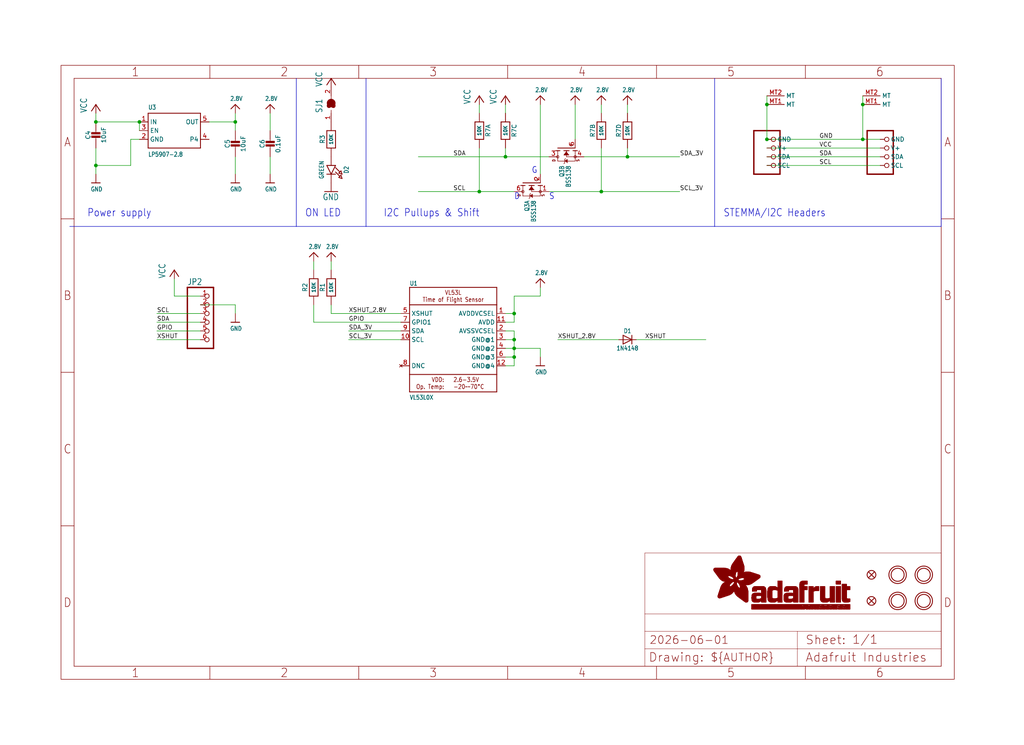
<source format=kicad_sch>
(kicad_sch (version 20230121) (generator eeschema)
  (paper "User" 298.45 217.322)
  (lib_symbols
    (symbol "working-eagle-import:2.8V" (power)
      (property "Value" "2.8V" (at -1.524 1.016 0))
      (symbol "2.8V_1_0"
        (pin power_in line (at 0 -2.54 90) (length 2.54) (name "2.8V") (number "1"))
      )
    )
    (symbol "working-eagle-import:CAP_CERAMIC0603_NO"
      (property "Reference" "C" (at -2.29 1.25 90))
      (symbol "CAP_CERAMIC0603_NO_1_0"
        (pin passive line (at 0 5.08 270) (length 2.54) (name "1") (number "1"))
        (pin passive line (at 0 -2.54 90) (length 2.54) (name "2") (number "2"))
      )
    )
    (symbol "working-eagle-import:CAP_CERAMIC0805-NOOUTLINE"
      (property "Reference" "C" (at -2.29 1.25 90))
      (symbol "CAP_CERAMIC0805-NOOUTLINE_1_0"
        (pin passive line (at 0 5.08 270) (length 2.54) (name "1") (number "1"))
        (pin passive line (at 0 -2.54 90) (length 2.54) (name "2") (number "2"))
      )
    )
    (symbol "working-eagle-import:DIODESOD-323"
      (property "Reference" "D" (at 0 2.54 0))
      (symbol "DIODESOD-323_1_0"
        (pin passive line (at -2.54 0 0) (length 2.54) (name "A") (number "A"))
        (pin passive line (at 2.54 0 180) (length 2.54) (name "C") (number "C"))
      )
    )
    (symbol "working-eagle-import:FIDUCIAL_1MM")
    (symbol "working-eagle-import:FRAME_A4_ADAFRUIT"
      (symbol "FRAME_A4_ADAFRUIT_1_0"
        (text "${#}/${##}" (at 230.505 10.16 0) (effects (font (size 2.54 2.54)) (justify left bottom)))
        (text "${AUTHOR}" (at 189.23 5.08 0) (effects (font (size 2.286 2.286)) (justify left bottom)))
        (text "${CURRENT_DATE}" (at 171.45 10.16 0) (effects (font (size 2.286 2.286)) (justify left bottom)))
        (text "${PROJECTNAME}" (at 171.45 15.24 0) (effects (font (size 2.54 2.54)) (justify left bottom)))
        (text "1" (at 21.6958 1.905 0) (effects (font (size 2.54 2.286))))
        (text "1" (at 21.6958 177.165 0) (effects (font (size 2.54 2.286))))
        (text "2" (at 65.0875 1.905 0) (effects (font (size 2.54 2.286))))
        (text "2" (at 65.0875 177.165 0) (effects (font (size 2.54 2.286))))
        (text "3" (at 108.4792 1.905 0) (effects (font (size 2.54 2.286))))
        (text "3" (at 108.4792 177.165 0) (effects (font (size 2.54 2.286))))
        (text "4" (at 151.8708 1.905 0) (effects (font (size 2.54 2.286))))
        (text "4" (at 151.8708 177.165 0) (effects (font (size 2.54 2.286))))
        (text "5" (at 195.2625 1.905 0) (effects (font (size 2.54 2.286))))
        (text "5" (at 195.2625 177.165 0) (effects (font (size 2.54 2.286))))
        (text "6" (at 238.6542 1.905 0) (effects (font (size 2.54 2.286))))
        (text "6" (at 238.6542 177.165 0) (effects (font (size 2.54 2.286))))
        (text "A" (at 1.905 156.6863 0) (effects (font (size 2.54 2.286))))
        (text "A" (at 258.445 156.6863 0) (effects (font (size 2.54 2.286))))
        (text "Adafruit Industries" (at 216.916 4.953 0) (effects (font (size 2.54 2.54)) (justify left bottom)))
        (text "B" (at 1.905 111.9188 0) (effects (font (size 2.54 2.286))))
        (text "B" (at 258.445 111.9188 0) (effects (font (size 2.54 2.286))))
        (text "C" (at 1.905 67.1513 0) (effects (font (size 2.54 2.286))))
        (text "C" (at 258.445 67.1513 0) (effects (font (size 2.54 2.286))))
        (text "D" (at 1.905 22.3838 0) (effects (font (size 2.54 2.286))))
        (text "D" (at 258.445 22.3838 0) (effects (font (size 2.54 2.286))))
        (text "Drawing:" (at 171.196 4.953 0) (effects (font (size 2.54 2.54)) (justify left bottom)))
        (text "Sheet:" (at 216.916 10.033 0) (effects (font (size 2.54 2.54)) (justify left bottom)))
      )
    )
    (symbol "working-eagle-import:GND" (power)
      (property "Value" "GND" (at -1.524 -2.54 0))
      (symbol "GND_1_0"
        (pin power_in line (at 0 2.54 270) (length 2.54) (name "GND") (number "1"))
      )
    )
    (symbol "working-eagle-import:HEADER-1X670MIL"
      (property "Reference" "JP" (at -6.35 10.795 0))
      (symbol "HEADER-1X670MIL_1_0"
        (pin passive inverted (at -2.54 7.62 0) (length 2.54) (name "1") (number "1"))
        (pin passive inverted (at -2.54 5.08 0) (length 2.54) (name "2") (number "2"))
        (pin passive inverted (at -2.54 2.54 0) (length 2.54) (name "3") (number "3"))
        (pin passive inverted (at -2.54 0 0) (length 2.54) (name "4") (number "4"))
        (pin passive inverted (at -2.54 -2.54 0) (length 2.54) (name "5") (number "5"))
        (pin passive inverted (at -2.54 -5.08 0) (length 2.54) (name "6") (number "6"))
      )
    )
    (symbol "working-eagle-import:LED0603_NOOUTLINE"
      (property "Reference" "D" (at -1.27 4.445 0))
      (symbol "LED0603_NOOUTLINE_1_0"
        (pin passive line (at -5.08 0 0) (length 2.54) (name "A") (number "A"))
        (pin passive line (at 2.54 0 180) (length 2.54) (name "C") (number "C"))
      )
    )
    (symbol "working-eagle-import:MOSFET-N_DUAL"
      (property "Reference" "Q" (at 5.08 0.635 0))
      (symbol "MOSFET-N_DUAL_1_0"
        (text "D" (at 3.175 3.175 0) (effects (font (size 0.8128 0.6908)) (justify left bottom)))
        (text "G" (at -1.27 -1.905 0) (effects (font (size 0.8128 0.6908)) (justify left bottom)))
        (text "S" (at 3.175 -3.81 0) (effects (font (size 0.8128 0.6908)) (justify left bottom)))
        (pin bidirectional line (at 2.54 -5.08 90) (length 2.54) (name "S") (number "1"))
        (pin bidirectional line (at -2.54 -2.54 0) (length 2.54) (name "G") (number "2"))
        (pin bidirectional line (at 2.54 5.08 270) (length 2.54) (name "D") (number "6"))
      )
      (symbol "MOSFET-N_DUAL_2_0"
        (text "D" (at 3.175 3.175 0) (effects (font (size 0.8128 0.6908)) (justify left bottom)))
        (text "G" (at -1.27 -1.905 0) (effects (font (size 0.8128 0.6908)) (justify left bottom)))
        (text "S" (at 3.175 -3.81 0) (effects (font (size 0.8128 0.6908)) (justify left bottom)))
        (pin bidirectional line (at 2.54 5.08 270) (length 2.54) (name "D") (number "3"))
        (pin bidirectional line (at 2.54 -5.08 90) (length 2.54) (name "S") (number "4"))
        (pin bidirectional line (at -2.54 -2.54 0) (length 2.54) (name "G") (number "5"))
      )
    )
    (symbol "working-eagle-import:MOUNTINGHOLE2.5")
    (symbol "working-eagle-import:RESISTOR_0603_NOOUT"
      (property "Reference" "R" (at 0 2.54 0))
      (symbol "RESISTOR_0603_NOOUT_1_0"
        (pin passive line (at -5.08 0 0) (length 2.54) (name "1") (number "1"))
        (pin passive line (at 5.08 0 180) (length 2.54) (name "2") (number "2"))
      )
    )
    (symbol "working-eagle-import:RESISTOR_4PACK"
      (property "Reference" "R" (at 0 2.54 0))
      (symbol "RESISTOR_4PACK_1_0"
        (pin passive line (at -5.08 0 0) (length 2.54) (name "1") (number "1"))
        (pin passive line (at 5.08 0 180) (length 2.54) (name "2") (number "8"))
      )
      (symbol "RESISTOR_4PACK_2_0"
        (pin passive line (at -5.08 0 0) (length 2.54) (name "1") (number "2"))
        (pin passive line (at 5.08 0 180) (length 2.54) (name "2") (number "7"))
      )
      (symbol "RESISTOR_4PACK_3_0"
        (pin passive line (at -5.08 0 0) (length 2.54) (name "1") (number "3"))
        (pin passive line (at 5.08 0 180) (length 2.54) (name "2") (number "6"))
      )
      (symbol "RESISTOR_4PACK_4_0"
        (pin passive line (at -5.08 0 0) (length 2.54) (name "1") (number "4"))
        (pin passive line (at 5.08 0 180) (length 2.54) (name "2") (number "5"))
      )
    )
    (symbol "working-eagle-import:SOLDERJUMPER_CLOSED"
      (property "Reference" "SJ" (at -2.54 2.54 0))
      (symbol "SOLDERJUMPER_CLOSED_1_0"
        (pin passive line (at -5.08 0 0) (length 2.54) (name "1") (number "1"))
        (pin passive line (at 5.08 0 180) (length 2.54) (name "2") (number "2"))
      )
    )
    (symbol "working-eagle-import:STEMMA_I2C_QT"
      (symbol "STEMMA_I2C_QT_1_0"
        (pin passive inverted (at 0 5.08 0) (length 2.54) (name "GND") (number "1"))
        (pin passive inverted (at 0 2.54 0) (length 2.54) (name "V+") (number "2"))
        (pin passive inverted (at 0 0 0) (length 2.54) (name "SDA") (number "3"))
        (pin passive inverted (at 0 -2.54 0) (length 2.54) (name "SCL") (number "4"))
      )
      (symbol "STEMMA_I2C_QT_2_0"
        (pin bidirectional line (at 0 0 0) (length 5.08) (name "MT") (number "MT1"))
      )
      (symbol "STEMMA_I2C_QT_3_0"
        (pin bidirectional line (at 0 0 0) (length 5.08) (name "MT") (number "MT2"))
      )
    )
    (symbol "working-eagle-import:VCC" (power)
      (property "Value" "VCC" (at -2.54 -2.54 90))
      (symbol "VCC_1_0"
        (pin power_in line (at 0 -2.54 90) (length 2.54) (name "VCC") (number "1"))
      )
    )
    (symbol "working-eagle-import:VL53L0X"
      (property "Reference" "U" (at -12.7 15.7226 0))
      (symbol "VL53L0X_1_0"
        (text "2.6-3.5V\n-20~~70°C" (at 0 -12.7 0) (effects (font (size 1.27 1.0795)) (justify left)))
        (text "VDD:\nOp. Temp:" (at -2.54 -12.7 0) (effects (font (size 1.27 1.0795)) (justify right)))
        (text "VL53L\nTime of Flight Sensor" (at 0 12.7 0) (effects (font (size 1.27 1.0795))))
        (pin power_in line (at 15.24 7.62 180) (length 2.54) (name "AVDDVCSEL") (number "1"))
        (pin open_collector line (at -15.24 0 0) (length 2.54) (name "SCL") (number "10"))
        (pin power_in line (at 15.24 5.08 180) (length 2.54) (name "AVDD") (number "11"))
        (pin power_in line (at 15.24 -7.62 180) (length 2.54) (name "GND@4") (number "12"))
        (pin power_in line (at 15.24 2.54 180) (length 2.54) (name "AVSSVCSEL") (number "2"))
        (pin power_in line (at 15.24 0 180) (length 2.54) (name "GND@1") (number "3"))
        (pin power_in line (at 15.24 -2.54 180) (length 2.54) (name "GND@2") (number "4"))
        (pin input line (at -15.24 7.62 0) (length 2.54) (name "XSHUT") (number "5"))
        (pin power_in line (at 15.24 -5.08 180) (length 2.54) (name "GND@3") (number "6"))
        (pin output line (at -15.24 5.08 0) (length 2.54) (name "GPIO1") (number "7"))
        (pin no_connect line (at -15.24 -7.62 0) (length 2.54) (name "DNC") (number "8"))
        (pin open_collector line (at -15.24 2.54 0) (length 2.54) (name "SDA") (number "9"))
      )
    )
    (symbol "working-eagle-import:VREG_SOT23-5"
      (property "Reference" "U" (at -7.62 6.096 0))
      (symbol "VREG_SOT23-5_1_0"
        (pin power_in line (at -10.16 2.54 0) (length 2.54) (name "IN") (number "1"))
        (pin power_in line (at -10.16 -2.54 0) (length 2.54) (name "GND") (number "2"))
        (pin input line (at -10.16 0 0) (length 2.54) (name "EN") (number "3"))
        (pin bidirectional line (at 10.16 -2.54 180) (length 2.54) (name "P4") (number "4"))
        (pin power_in line (at 10.16 2.54 180) (length 2.54) (name "OUT") (number "5"))
      )
    )
    (symbol "working-eagle-import:supply1_GND" (power)
      (property "Value" "supply1_GND" (at -2.54 -2.54 0))
      (symbol "supply1_GND_1_0"
        (pin power_in line (at 0 2.54 270) (length 2.54) (name "GND") (number "1"))
      )
    )
  )
  (junction (at 27.94 35.56))
  (junction (at 251.46 40.64))
  (junction (at 149.86 99.06))
  (junction (at 147.32 45.72))
  (junction (at 149.86 91.44))
  (junction (at 68.58 35.56))
  (junction (at 149.86 101.6))
  (junction (at 175.26 55.88))
  (junction (at 223.52 30.48))
  (junction (at 139.7 55.88))
  (junction (at 182.88 45.72))
  (junction (at 251.46 30.48))
  (junction (at 27.94 48.26))
  (junction (at 40.64 35.56))
  (junction (at 223.52 40.64))
  (junction (at 149.86 104.14))
  (wire (pts (xy 149.86 86.36) (xy 157.48 86.36)) (stroke (width 0.1524)))
  (wire (pts (xy 157.48 101.6) (xy 157.48 104.14)) (stroke (width 0.1524)))
  (wire (pts (xy 38.1 40.64) (xy 38.1 48.26)) (stroke (width 0.1524)))
  (wire (pts (xy 149.86 106.68) (xy 149.86 104.14)) (stroke (width 0.1524)))
  (wire (pts (xy 182.88 43.18) (xy 182.88 45.72)) (stroke (width 0.1524)))
  (wire (pts (xy 91.44 78.74) (xy 91.44 76.2)) (stroke (width 0.1524)))
  (wire (pts (xy 96.52 91.44) (xy 96.52 88.9)) (stroke (width 0.1524)))
  (polyline (pts (xy 106.68 66.04) (xy 208.28 66.04)) (stroke (width 0.1524) (type solid)))
  (wire (pts (xy 149.86 91.44) (xy 149.86 86.36)) (stroke (width 0.1524)))
  (wire (pts (xy 147.32 101.6) (xy 149.86 101.6)) (stroke (width 0.1524)))
  (wire (pts (xy 160.02 55.88) (xy 175.26 55.88)) (stroke (width 0.1524)))
  (wire (pts (xy 170.18 45.72) (xy 182.88 45.72)) (stroke (width 0.1524)))
  (wire (pts (xy 149.86 55.88) (xy 139.7 55.88)) (stroke (width 0.1524)))
  (wire (pts (xy 139.7 30.48) (xy 139.7 33.02)) (stroke (width 0.1524)))
  (wire (pts (xy 175.26 33.02) (xy 175.26 30.48)) (stroke (width 0.1524)))
  (polyline (pts (xy 106.68 22.86) (xy 106.68 66.04)) (stroke (width 0.1524) (type solid)))
  (wire (pts (xy 223.52 43.18) (xy 256.54 43.18)) (stroke (width 0.1524)))
  (wire (pts (xy 78.74 33.02) (xy 78.74 38.1)) (stroke (width 0.1524)))
  (polyline (pts (xy 208.28 22.86) (xy 208.28 66.04)) (stroke (width 0.1524) (type solid)))
  (wire (pts (xy 175.26 55.88) (xy 198.12 55.88)) (stroke (width 0.1524)))
  (wire (pts (xy 149.86 101.6) (xy 157.48 101.6)) (stroke (width 0.1524)))
  (wire (pts (xy 167.64 40.64) (xy 167.64 30.48)) (stroke (width 0.1524)))
  (wire (pts (xy 40.64 40.64) (xy 38.1 40.64)) (stroke (width 0.1524)))
  (wire (pts (xy 58.42 91.44) (xy 45.72 91.44)) (stroke (width 0.1524)))
  (wire (pts (xy 60.96 35.56) (xy 68.58 35.56)) (stroke (width 0.1524)))
  (polyline (pts (xy 86.36 66.04) (xy 106.68 66.04)) (stroke (width 0.1524) (type solid)))
  (wire (pts (xy 68.58 45.72) (xy 68.58 50.8)) (stroke (width 0.1524)))
  (wire (pts (xy 175.26 43.18) (xy 175.26 55.88)) (stroke (width 0.1524)))
  (wire (pts (xy 160.02 45.72) (xy 147.32 45.72)) (stroke (width 0.1524)))
  (wire (pts (xy 68.58 35.56) (xy 68.58 38.1)) (stroke (width 0.1524)))
  (wire (pts (xy 251.46 27.94) (xy 251.46 30.48)) (stroke (width 0.1524)))
  (wire (pts (xy 256.54 45.72) (xy 223.52 45.72)) (stroke (width 0.1524)))
  (polyline (pts (xy 274.32 22.86) (xy 274.32 66.04)) (stroke (width 0.1524) (type solid)))
  (wire (pts (xy 27.94 33.02) (xy 27.94 35.56)) (stroke (width 0.1524)))
  (polyline (pts (xy 86.36 22.86) (xy 86.36 66.04)) (stroke (width 0.1524) (type solid)))
  (wire (pts (xy 116.84 91.44) (xy 96.52 91.44)) (stroke (width 0.1524)))
  (wire (pts (xy 182.88 45.72) (xy 198.12 45.72)) (stroke (width 0.1524)))
  (wire (pts (xy 147.32 33.02) (xy 147.32 30.48)) (stroke (width 0.1524)))
  (wire (pts (xy 68.58 35.56) (xy 68.58 33.02)) (stroke (width 0.1524)))
  (wire (pts (xy 182.88 33.02) (xy 182.88 30.48)) (stroke (width 0.1524)))
  (wire (pts (xy 223.52 48.26) (xy 256.54 48.26)) (stroke (width 0.1524)))
  (wire (pts (xy 58.42 88.9) (xy 68.58 88.9)) (stroke (width 0.1524)))
  (wire (pts (xy 157.48 86.36) (xy 157.48 83.82)) (stroke (width 0.1524)))
  (wire (pts (xy 147.32 93.98) (xy 149.86 93.98)) (stroke (width 0.1524)))
  (wire (pts (xy 96.52 78.74) (xy 96.52 76.2)) (stroke (width 0.1524)))
  (wire (pts (xy 40.64 35.56) (xy 27.94 35.56)) (stroke (width 0.1524)))
  (wire (pts (xy 27.94 48.26) (xy 27.94 43.18)) (stroke (width 0.1524)))
  (wire (pts (xy 38.1 48.26) (xy 27.94 48.26)) (stroke (width 0.1524)))
  (wire (pts (xy 116.84 99.06) (xy 101.6 99.06)) (stroke (width 0.1524)))
  (wire (pts (xy 157.48 50.8) (xy 157.48 30.48)) (stroke (width 0.1524)))
  (wire (pts (xy 149.86 99.06) (xy 149.86 101.6)) (stroke (width 0.1524)))
  (wire (pts (xy 68.58 88.9) (xy 68.58 91.44)) (stroke (width 0.1524)))
  (wire (pts (xy 223.52 27.94) (xy 223.52 30.48)) (stroke (width 0.1524)))
  (wire (pts (xy 147.32 99.06) (xy 149.86 99.06)) (stroke (width 0.1524)))
  (wire (pts (xy 58.42 93.98) (xy 45.72 93.98)) (stroke (width 0.1524)))
  (wire (pts (xy 50.8 86.36) (xy 50.8 81.28)) (stroke (width 0.1524)))
  (wire (pts (xy 78.74 45.72) (xy 78.74 50.8)) (stroke (width 0.1524)))
  (wire (pts (xy 139.7 55.88) (xy 121.92 55.88)) (stroke (width 0.1524)))
  (wire (pts (xy 147.32 106.68) (xy 149.86 106.68)) (stroke (width 0.1524)))
  (wire (pts (xy 58.42 96.52) (xy 45.72 96.52)) (stroke (width 0.1524)))
  (wire (pts (xy 205.74 99.06) (xy 185.42 99.06)) (stroke (width 0.1524)))
  (polyline (pts (xy 20.32 66.04) (xy 86.36 66.04)) (stroke (width 0.1524) (type solid)))
  (polyline (pts (xy 208.28 66.04) (xy 274.32 66.04)) (stroke (width 0.1524) (type solid)))
  (wire (pts (xy 58.42 86.36) (xy 50.8 86.36)) (stroke (width 0.1524)))
  (wire (pts (xy 91.44 93.98) (xy 91.44 88.9)) (stroke (width 0.1524)))
  (wire (pts (xy 139.7 43.18) (xy 139.7 55.88)) (stroke (width 0.1524)))
  (wire (pts (xy 147.32 43.18) (xy 147.32 45.72)) (stroke (width 0.1524)))
  (wire (pts (xy 223.52 30.48) (xy 223.52 40.64)) (stroke (width 0.1524)))
  (wire (pts (xy 147.32 104.14) (xy 149.86 104.14)) (stroke (width 0.1524)))
  (wire (pts (xy 251.46 40.64) (xy 223.52 40.64)) (stroke (width 0.1524)))
  (wire (pts (xy 180.34 99.06) (xy 162.56 99.06)) (stroke (width 0.1524)))
  (wire (pts (xy 256.54 40.64) (xy 251.46 40.64)) (stroke (width 0.1524)))
  (wire (pts (xy 116.84 96.52) (xy 101.6 96.52)) (stroke (width 0.1524)))
  (wire (pts (xy 40.64 38.1) (xy 40.64 35.56)) (stroke (width 0.1524)))
  (wire (pts (xy 251.46 30.48) (xy 251.46 40.64)) (stroke (width 0.1524)))
  (wire (pts (xy 147.32 96.52) (xy 149.86 96.52)) (stroke (width 0.1524)))
  (wire (pts (xy 147.32 91.44) (xy 149.86 91.44)) (stroke (width 0.1524)))
  (wire (pts (xy 149.86 93.98) (xy 149.86 91.44)) (stroke (width 0.1524)))
  (wire (pts (xy 27.94 48.26) (xy 27.94 50.8)) (stroke (width 0.1524)))
  (wire (pts (xy 58.42 99.06) (xy 45.72 99.06)) (stroke (width 0.1524)))
  (wire (pts (xy 147.32 45.72) (xy 121.92 45.72)) (stroke (width 0.1524)))
  (wire (pts (xy 149.86 104.14) (xy 149.86 101.6)) (stroke (width 0.1524)))
  (wire (pts (xy 116.84 93.98) (xy 91.44 93.98)) (stroke (width 0.1524)))
  (wire (pts (xy 149.86 96.52) (xy 149.86 99.06)) (stroke (width 0.1524)))
  (text "I2C Pullups & Shift" (at 111.76 63.5 0) (effects (font (size 2.1844 1.8567)) (justify left bottom)))
  (text "Power supply" (at 25.4 63.5 0) (effects (font (size 2.1844 1.8567)) (justify left bottom)))
  (text "D" (at 149.86 58.42 0) (effects (font (size 1.778 1.5113)) (justify left bottom)))
  (text "S" (at 160.02 58.42 0) (effects (font (size 1.778 1.5113)) (justify left bottom)))
  (text "ON LED" (at 88.9 63.5 0) (effects (font (size 2.1844 1.8567)) (justify left bottom)))
  (text "G" (at 154.94 50.8 0) (effects (font (size 1.778 1.5113)) (justify left bottom)))
  (text "STEMMA/I2C Headers" (at 210.82 63.5 0) (effects (font (size 2.1844 1.8567)) (justify left bottom)))
  (label "SCL" (at 45.72 91.44 0) (effects (font (size 1.2446 1.2446))))
  (label "XSHUT_2.8V" (at 162.56 99.06 0) (effects (font (size 1.2446 1.2446))))
  (label "SCL" (at 238.76 48.26 0) (effects (font (size 1.2446 1.2446))))
  (label "SDA_3V" (at 198.12 45.72 0) (effects (font (size 1.2446 1.2446))))
  (label "SCL_3V" (at 198.12 55.88 0) (effects (font (size 1.2446 1.2446))))
  (label "XSHUT_2.8V" (at 101.6 91.44 0) (effects (font (size 1.2446 1.2446))))
  (label "XSHUT" (at 187.96 99.06 0) (effects (font (size 1.2446 1.2446))))
  (label "VCC" (at 238.76 43.18 0) (effects (font (size 1.2446 1.2446))))
  (label "GPIO" (at 101.6 93.98 0) (effects (font (size 1.2446 1.2446))))
  (label "SDA" (at 238.76 45.72 0) (effects (font (size 1.2446 1.2446))))
  (label "GPIO" (at 45.72 96.52 0) (effects (font (size 1.2446 1.2446))))
  (label "SCL_3V" (at 101.6 99.06 0) (effects (font (size 1.2446 1.2446))))
  (label "SDA_3V" (at 101.6 96.52 0) (effects (font (size 1.2446 1.2446))))
  (label "GND" (at 238.76 40.64 0) (effects (font (size 1.2446 1.2446))))
  (label "SDA" (at 132.08 45.72 0) (effects (font (size 1.2446 1.2446))))
  (label "SDA" (at 45.72 93.98 0) (effects (font (size 1.2446 1.2446))))
  (label "XSHUT" (at 45.72 99.06 0) (effects (font (size 1.2446 1.2446))))
  (label "SCL" (at 132.08 55.88 0) (effects (font (size 1.2446 1.2446))))
  (symbol (lib_id "working-eagle-import:GND") (at 78.74 53.34 0) (unit 1)
    (property "Reference" "#U$21" (effects hide))
    (property "Value" "GND" (at 77.216 55.88 0) (effects (font (size 1.27 1.0795)) (justify left bottom)))
  )
  (symbol (lib_id "working-eagle-import:SOLDERJUMPER_CLOSED") (at 96.52 30.48 90) (unit 1)
    (property "Reference" "SJ1" (at 93.98 33.02 0) (effects (font (size 1.778 1.5113)) (justify left bottom)))
    (property "Value" "SOLDERJUMPER_CLOSED" (effects hide))
    (property "Footprint" "working:SOLDERJUMPER_CLOSEDWIRE" (effects hide))
  )
  (symbol (lib_id "working-eagle-import:STEMMA_I2C_QT") (at 223.52 30.48 0) (unit 2)
    (property "Reference" "CONN3" (effects hide))
    (property "Value" "STEMMA_I2C_QT" (effects hide))
    (property "Footprint" "working:JST_SH4" (effects hide))
  )
  (symbol (lib_id "working-eagle-import:RESISTOR_0603_NOOUT") (at 91.44 83.82 90) (unit 1)
    (property "Reference" "R2" (at 88.9 83.82 0))
    (property "Value" "10K" (at 91.44 83.82 0) (effects (font (size 1.016 1.016) bold)))
    (property "Footprint" "working:0603-NO" (effects hide))
  )
  (symbol (lib_id "working-eagle-import:CAP_CERAMIC0603_NO") (at 78.74 43.18 0) (unit 1)
    (property "Reference" "C6" (at 76.45 41.93 90))
    (property "Value" "0.1uF" (at 81.04 41.93 90))
    (property "Footprint" "working:0603-NO" (effects hide))
  )
  (symbol (lib_id "working-eagle-import:2.8V") (at 167.64 27.94 0) (unit 1)
    (property "Reference" "#U$25" (effects hide))
    (property "Value" "2.8V" (at 166.116 26.924 0) (effects (font (size 1.27 1.0795)) (justify left bottom)))
  )
  (symbol (lib_id "working-eagle-import:HEADER-1X670MIL") (at 60.96 93.98 0) (unit 1)
    (property "Reference" "JP2" (at 54.61 83.185 0) (effects (font (size 1.778 1.5113)) (justify left bottom)))
    (property "Value" "HEADER-1X670MIL" (effects hide))
    (property "Footprint" "working:1X06_ROUND_70" (effects hide))
  )
  (symbol (lib_id "working-eagle-import:LED0603_NOOUTLINE") (at 96.52 50.8 270) (unit 1)
    (property "Reference" "D2" (at 100.965 49.53 0) (effects (font (size 1.27 1.0795))))
    (property "Value" "GREEN" (at 93.726 49.53 0) (effects (font (size 1.27 1.0795))))
    (property "Footprint" "working:CHIPLED_0603_NOOUTLINE" (effects hide))
  )
  (symbol (lib_id "working-eagle-import:FIDUCIAL_1MM") (at 254 167.64 0) (unit 1)
    (property "Reference" "FID4" (effects hide))
    (property "Value" "FIDUCIAL_1MM" (effects hide))
    (property "Footprint" "working:FIDUCIAL_1MM" (effects hide))
  )
  (symbol (lib_id "working-eagle-import:RESISTOR_4PACK") (at 139.7 38.1 270) (unit 1)
    (property "Reference" "R7" (at 142.24 38.1 0))
    (property "Value" "10K" (at 139.7 38.1 0) (effects (font (size 1.016 1.016) bold)))
    (property "Footprint" "working:RESPACK_4X0603" (effects hide))
  )
  (symbol (lib_id "working-eagle-import:MOUNTINGHOLE2.5") (at 269.24 175.26 0) (unit 1)
    (property "Reference" "U$34" (effects hide))
    (property "Value" "MOUNTINGHOLE2.5" (effects hide))
    (property "Footprint" "working:MOUNTINGHOLE_2.5_PLATED" (effects hide))
  )
  (symbol (lib_id "working-eagle-import:RESISTOR_0603_NOOUT") (at 96.52 40.64 90) (unit 1)
    (property "Reference" "R3" (at 93.98 40.64 0))
    (property "Value" "10K" (at 96.52 40.64 0) (effects (font (size 1.016 1.016) bold)))
    (property "Footprint" "working:0603-NO" (effects hide))
  )
  (symbol (lib_id "working-eagle-import:STEMMA_I2C_QT") (at 223.52 27.94 0) (unit 3)
    (property "Reference" "CONN3" (effects hide))
    (property "Value" "STEMMA_I2C_QT" (effects hide))
    (property "Footprint" "working:JST_SH4" (effects hide))
  )
  (symbol (lib_id "working-eagle-import:VCC") (at 139.7 27.94 0) (unit 1)
    (property "Reference" "#P+1" (effects hide))
    (property "Value" "VCC" (at 137.16 30.48 90) (effects (font (size 1.778 1.5113)) (justify left bottom)))
  )
  (symbol (lib_id "working-eagle-import:RESISTOR_4PACK") (at 147.32 38.1 270) (unit 3)
    (property "Reference" "R7" (at 149.86 38.1 0))
    (property "Value" "10K" (at 147.32 38.1 0) (effects (font (size 1.016 1.016) bold)))
    (property "Footprint" "working:RESPACK_4X0603" (effects hide))
  )
  (symbol (lib_id "working-eagle-import:MOUNTINGHOLE2.5") (at 261.62 167.64 0) (unit 1)
    (property "Reference" "U$31" (effects hide))
    (property "Value" "MOUNTINGHOLE2.5" (effects hide))
    (property "Footprint" "working:MOUNTINGHOLE_2.5_PLATED" (effects hide))
  )
  (symbol (lib_id "working-eagle-import:FIDUCIAL_1MM") (at 254 175.26 0) (unit 1)
    (property "Reference" "FID1" (effects hide))
    (property "Value" "FIDUCIAL_1MM" (effects hide))
    (property "Footprint" "working:FIDUCIAL_1MM" (effects hide))
  )
  (symbol (lib_id "working-eagle-import:MOUNTINGHOLE2.5") (at 269.24 167.64 0) (unit 1)
    (property "Reference" "U$33" (effects hide))
    (property "Value" "MOUNTINGHOLE2.5" (effects hide))
    (property "Footprint" "working:MOUNTINGHOLE_2.5_PLATED" (effects hide))
  )
  (symbol (lib_id "working-eagle-import:VREG_SOT23-5") (at 50.8 38.1 0) (unit 1)
    (property "Reference" "U3" (at 43.18 32.004 0) (effects (font (size 1.27 1.0795)) (justify left bottom)))
    (property "Value" "LP5907-2.8" (at 43.18 45.72 0) (effects (font (size 1.27 1.0795)) (justify left bottom)))
    (property "Footprint" "working:SOT23-5" (effects hide))
  )
  (symbol (lib_id "working-eagle-import:2.8V") (at 175.26 27.94 0) (unit 1)
    (property "Reference" "#U$26" (effects hide))
    (property "Value" "2.8V" (at 173.736 26.924 0) (effects (font (size 1.27 1.0795)) (justify left bottom)))
  )
  (symbol (lib_id "working-eagle-import:MOSFET-N_DUAL") (at 154.94 53.34 90) (mirror x) (unit 1)
    (property "Reference" "Q3" (at 154.305 58.42 0) (effects (font (size 1.27 1.0795)) (justify left bottom)))
    (property "Value" "BSS138" (at 156.21 58.42 0) (effects (font (size 1.27 1.0795)) (justify left bottom)))
    (property "Footprint" "working:SOT363" (effects hide))
  )
  (symbol (lib_id "working-eagle-import:MOUNTINGHOLE2.5") (at 261.62 175.26 0) (unit 1)
    (property "Reference" "U$30" (effects hide))
    (property "Value" "MOUNTINGHOLE2.5" (effects hide))
    (property "Footprint" "working:MOUNTINGHOLE_2.5_PLATED" (effects hide))
  )
  (symbol (lib_id "working-eagle-import:VCC") (at 50.8 78.74 0) (unit 1)
    (property "Reference" "#P+4" (effects hide))
    (property "Value" "VCC" (at 48.26 81.28 90) (effects (font (size 1.778 1.5113)) (justify left bottom)))
  )
  (symbol (lib_id "working-eagle-import:CAP_CERAMIC0805-NOOUTLINE") (at 68.58 43.18 0) (unit 1)
    (property "Reference" "C5" (at 66.29 41.93 90))
    (property "Value" "10uF" (at 70.88 41.93 90))
    (property "Footprint" "working:0805-NO" (effects hide))
  )
  (symbol (lib_id "working-eagle-import:RESISTOR_0603_NOOUT") (at 96.52 83.82 90) (unit 1)
    (property "Reference" "R1" (at 93.98 83.82 0))
    (property "Value" "10K" (at 96.52 83.82 0) (effects (font (size 1.016 1.016) bold)))
    (property "Footprint" "working:0603-NO" (effects hide))
  )
  (symbol (lib_id "working-eagle-import:2.8V") (at 78.74 30.48 0) (unit 1)
    (property "Reference" "#U$40" (effects hide))
    (property "Value" "2.8V" (at 77.216 29.464 0) (effects (font (size 1.27 1.0795)) (justify left bottom)))
  )
  (symbol (lib_id "working-eagle-import:2.8V") (at 157.48 27.94 0) (unit 1)
    (property "Reference" "#U$24" (effects hide))
    (property "Value" "2.8V" (at 155.956 26.924 0) (effects (font (size 1.27 1.0795)) (justify left bottom)))
  )
  (symbol (lib_id "working-eagle-import:STEMMA_I2C_QT") (at 251.46 27.94 0) (unit 3)
    (property "Reference" "CONN4" (effects hide))
    (property "Value" "STEMMA_I2C_QT" (effects hide))
    (property "Footprint" "working:JST_SH4" (effects hide))
  )
  (symbol (lib_id "working-eagle-import:CAP_CERAMIC0805-NOOUTLINE") (at 27.94 40.64 0) (unit 1)
    (property "Reference" "C4" (at 25.65 39.39 90))
    (property "Value" "10uF" (at 30.24 39.39 90))
    (property "Footprint" "working:0805-NO" (effects hide))
  )
  (symbol (lib_id "working-eagle-import:supply1_GND") (at 96.52 55.88 0) (unit 1)
    (property "Reference" "#GND6" (effects hide))
    (property "Value" "GND" (at 93.98 58.42 0) (effects (font (size 1.778 1.5113)) (justify left bottom)))
  )
  (symbol (lib_id "working-eagle-import:STEMMA_I2C_QT") (at 223.52 45.72 0) (unit 1)
    (property "Reference" "CONN3" (effects hide))
    (property "Value" "STEMMA_I2C_QT" (effects hide))
    (property "Footprint" "working:JST_SH4" (effects hide))
  )
  (symbol (lib_id "working-eagle-import:GND") (at 68.58 53.34 0) (unit 1)
    (property "Reference" "#U$20" (effects hide))
    (property "Value" "GND" (at 67.056 55.88 0) (effects (font (size 1.27 1.0795)) (justify left bottom)))
  )
  (symbol (lib_id "working-eagle-import:VCC") (at 96.52 22.86 0) (unit 1)
    (property "Reference" "#P+5" (effects hide))
    (property "Value" "VCC" (at 93.98 25.4 90) (effects (font (size 1.778 1.5113)) (justify left bottom)))
  )
  (symbol (lib_id "working-eagle-import:GND") (at 27.94 53.34 0) (unit 1)
    (property "Reference" "#U$19" (effects hide))
    (property "Value" "GND" (at 26.416 55.88 0) (effects (font (size 1.27 1.0795)) (justify left bottom)))
  )
  (symbol (lib_id "working-eagle-import:DIODESOD-323") (at 182.88 99.06 0) (unit 1)
    (property "Reference" "D1" (at 182.88 96.52 0) (effects (font (size 1.27 1.0795))))
    (property "Value" "1N4148" (at 182.88 101.56 0) (effects (font (size 1.27 1.0795))))
    (property "Footprint" "working:SOD-323" (effects hide))
  )
  (symbol (lib_id "working-eagle-import:GND") (at 68.58 93.98 0) (unit 1)
    (property "Reference" "#U$22" (effects hide))
    (property "Value" "GND" (at 67.056 96.52 0) (effects (font (size 1.27 1.0795)) (justify left bottom)))
  )
  (symbol (lib_id "working-eagle-import:2.8V") (at 68.58 30.48 0) (unit 1)
    (property "Reference" "#U$23" (effects hide))
    (property "Value" "2.8V" (at 67.056 29.464 0) (effects (font (size 1.27 1.0795)) (justify left bottom)))
  )
  (symbol (lib_id "working-eagle-import:2.8V") (at 96.52 73.66 0) (unit 1)
    (property "Reference" "#U$10" (effects hide))
    (property "Value" "2.8V" (at 94.996 72.644 0) (effects (font (size 1.27 1.0795)) (justify left bottom)))
  )
  (symbol (lib_id "working-eagle-import:VCC") (at 27.94 30.48 0) (unit 1)
    (property "Reference" "#P+3" (effects hide))
    (property "Value" "VCC" (at 25.4 33.02 90) (effects (font (size 1.778 1.5113)) (justify left bottom)))
  )
  (symbol (lib_id "working-eagle-import:STEMMA_I2C_QT") (at 251.46 30.48 0) (unit 2)
    (property "Reference" "CONN4" (effects hide))
    (property "Value" "STEMMA_I2C_QT" (effects hide))
    (property "Footprint" "working:JST_SH4" (effects hide))
  )
  (symbol (lib_id "working-eagle-import:2.8V") (at 157.48 81.28 0) (unit 1)
    (property "Reference" "#U$16" (effects hide))
    (property "Value" "2.8V" (at 155.956 80.264 0) (effects (font (size 1.27 1.0795)) (justify left bottom)))
  )
  (symbol (lib_id "working-eagle-import:FRAME_A4_ADAFRUIT") (at 17.78 198.12 0) (unit 1)
    (property "Reference" "#U$32" (effects hide))
    (property "Value" "FRAME_A4_ADAFRUIT" (effects hide))
  )
  (symbol (lib_id "working-eagle-import:RESISTOR_4PACK") (at 175.26 38.1 90) (mirror x) (unit 2)
    (property "Reference" "R7" (at 172.72 38.1 0))
    (property "Value" "10K" (at 175.26 38.1 0) (effects (font (size 1.016 1.016) bold)))
    (property "Footprint" "working:RESPACK_4X0603" (effects hide))
  )
  (symbol (lib_id "working-eagle-import:VCC") (at 147.32 27.94 0) (unit 1)
    (property "Reference" "#P+2" (effects hide))
    (property "Value" "VCC" (at 144.78 30.48 90) (effects (font (size 1.778 1.5113)) (justify left bottom)))
  )
  (symbol (lib_id "working-eagle-import:RESISTOR_4PACK") (at 182.88 38.1 90) (mirror x) (unit 4)
    (property "Reference" "R7" (at 180.34 38.1 0))
    (property "Value" "10K" (at 182.88 38.1 0) (effects (font (size 1.016 1.016) bold)))
    (property "Footprint" "working:RESPACK_4X0603" (effects hide))
  )
  (symbol (lib_id "working-eagle-import:2.8V") (at 91.44 73.66 0) (unit 1)
    (property "Reference" "#U$9" (effects hide))
    (property "Value" "2.8V" (at 89.916 72.644 0) (effects (font (size 1.27 1.0795)) (justify left bottom)))
  )
  (symbol (lib_id "working-eagle-import:GND") (at 157.48 106.68 0) (unit 1)
    (property "Reference" "#U$4" (effects hide))
    (property "Value" "GND" (at 155.956 109.22 0) (effects (font (size 1.27 1.0795)) (justify left bottom)))
  )
  (symbol (lib_id "working-eagle-import:STEMMA_I2C_QT") (at 256.54 45.72 0) (unit 1)
    (property "Reference" "CONN4" (effects hide))
    (property "Value" "STEMMA_I2C_QT" (effects hide))
    (property "Footprint" "working:JST_SH4" (effects hide))
  )
  (symbol (lib_id "working-eagle-import:2.8V") (at 182.88 27.94 0) (unit 1)
    (property "Reference" "#U$27" (effects hide))
    (property "Value" "2.8V" (at 181.356 26.924 0) (effects (font (size 1.27 1.0795)) (justify left bottom)))
  )
  (symbol (lib_id "working-eagle-import:MOSFET-N_DUAL") (at 165.1 43.18 90) (mirror x) (unit 2)
    (property "Reference" "Q3" (at 164.465 48.26 0) (effects (font (size 1.27 1.0795)) (justify left bottom)))
    (property "Value" "BSS138" (at 166.37 48.26 0) (effects (font (size 1.27 1.0795)) (justify left bottom)))
    (property "Footprint" "working:SOT363" (effects hide))
  )
  (symbol (lib_id "working-eagle-import:VL53L0X") (at 132.08 99.06 0) (unit 1)
    (property "Reference" "U1" (at 119.38 83.3374 0) (effects (font (size 1.27 1.0795)) (justify left bottom)))
    (property "Value" "VL53L0X" (at 119.38 116.6114 0) (effects (font (size 1.27 1.0795)) (justify left bottom)))
    (property "Footprint" "working:LGA12_ST" (effects hide))
  )
)
</source>
